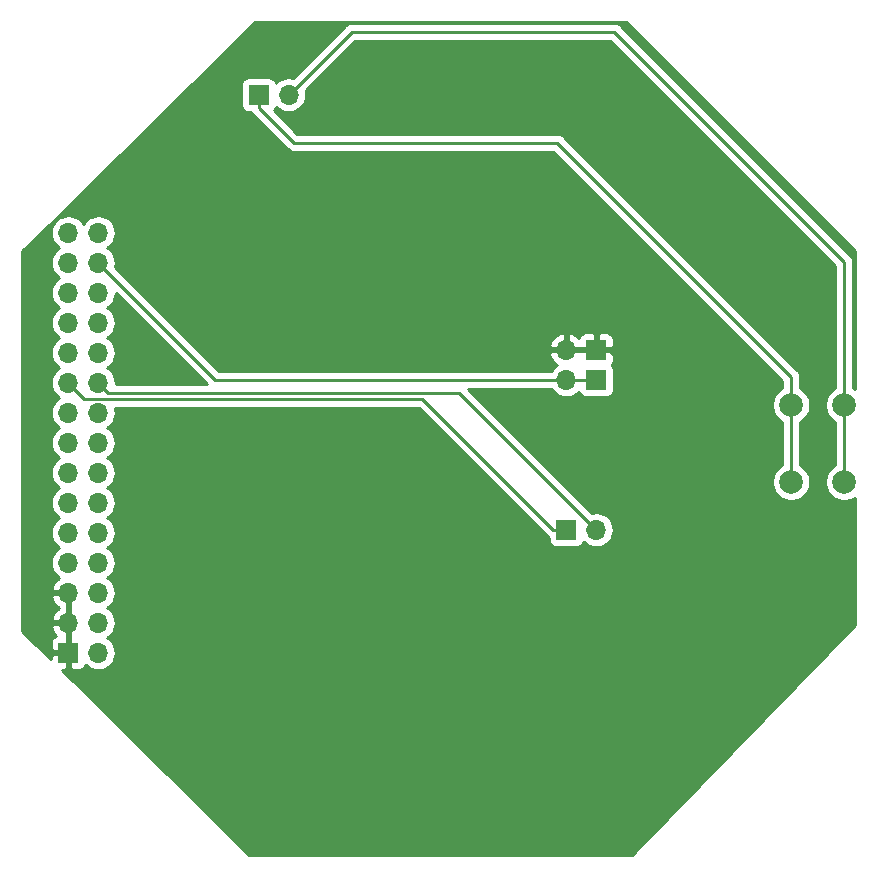
<source format=gbr>
G04 #@! TF.GenerationSoftware,KiCad,Pcbnew,(5.1.4)-1*
G04 #@! TF.CreationDate,2022-07-13T12:05:44+01:00*
G04 #@! TF.ProjectId,3Pi_M5Core2_Hat,3350695f-4d35-4436-9f72-65325f486174,rev?*
G04 #@! TF.SameCoordinates,Original*
G04 #@! TF.FileFunction,Copper,L1,Top*
G04 #@! TF.FilePolarity,Positive*
%FSLAX46Y46*%
G04 Gerber Fmt 4.6, Leading zero omitted, Abs format (unit mm)*
G04 Created by KiCad (PCBNEW (5.1.4)-1) date 2022-07-13 12:05:44*
%MOMM*%
%LPD*%
G04 APERTURE LIST*
%ADD10R,1.700000X1.700000*%
%ADD11O,1.700000X1.700000*%
%ADD12C,2.000000*%
%ADD13C,0.800000*%
%ADD14C,0.250000*%
%ADD15C,0.254000*%
G04 APERTURE END LIST*
D10*
X132080000Y-89154000D03*
D11*
X129540000Y-89154000D03*
D10*
X132080000Y-86614000D03*
D11*
X129540000Y-86614000D03*
X132080000Y-101854000D03*
D10*
X129540000Y-101854000D03*
X103492000Y-65024000D03*
D11*
X106032000Y-65024000D03*
D12*
X153090000Y-97790000D03*
X148590000Y-97790000D03*
X153090000Y-91290000D03*
X148590000Y-91290000D03*
D10*
X87376000Y-112268000D03*
D11*
X89916000Y-112268000D03*
X87376000Y-109728000D03*
X89916000Y-109728000D03*
X87376000Y-107188000D03*
X89916000Y-107188000D03*
X87376000Y-104648000D03*
X89916000Y-104648000D03*
X87376000Y-102108000D03*
X89916000Y-102108000D03*
X87376000Y-99568000D03*
X89916000Y-99568000D03*
X87376000Y-97028000D03*
X89916000Y-97028000D03*
X87376000Y-94488000D03*
X89916000Y-94488000D03*
X87376000Y-91948000D03*
X89916000Y-91948000D03*
X87376000Y-89408000D03*
X89916000Y-89408000D03*
X87376000Y-86868000D03*
X89916000Y-86868000D03*
X87376000Y-84328000D03*
X89916000Y-84328000D03*
X87376000Y-81788000D03*
X89916000Y-81788000D03*
X87376000Y-79248000D03*
X89916000Y-79248000D03*
X87376000Y-76708000D03*
X89916000Y-76708000D03*
D13*
X94488000Y-87630000D03*
D14*
X132080000Y-86614000D02*
X129540000Y-86614000D01*
X87376000Y-108390081D02*
X87376000Y-112268000D01*
X87376000Y-107188000D02*
X87376000Y-108390081D01*
X133180000Y-86614000D02*
X132080000Y-86614000D01*
X87376000Y-112268000D02*
X87376000Y-113368000D01*
X87376000Y-113368000D02*
X88816000Y-114808000D01*
X88816000Y-114808000D02*
X131826000Y-114808000D01*
X131826000Y-114808000D02*
X138684000Y-107950000D01*
X138684000Y-107950000D02*
X138684000Y-92118000D01*
X138684000Y-92118000D02*
X133180000Y-86614000D01*
X132080000Y-89154000D02*
X129540000Y-89154000D01*
X99822000Y-89154000D02*
X129540000Y-89154000D01*
X89916000Y-79248000D02*
X99822000Y-89154000D01*
X148590000Y-96375787D02*
X148590000Y-91290000D01*
X148590000Y-97790000D02*
X148590000Y-96375787D01*
X148590000Y-91290000D02*
X148590000Y-88900000D01*
X148590000Y-88900000D02*
X128778000Y-69088000D01*
X103492000Y-66124000D02*
X103492000Y-65024000D01*
X106456000Y-69088000D02*
X103492000Y-66124000D01*
X128778000Y-69088000D02*
X106456000Y-69088000D01*
X106358000Y-65350000D02*
X106032000Y-65024000D01*
X153090000Y-91290000D02*
X153090000Y-79176000D01*
X153090000Y-79176000D02*
X133604000Y-59690000D01*
X111366000Y-59690000D02*
X106032000Y-65024000D01*
X133604000Y-59690000D02*
X111366000Y-59690000D01*
X153090000Y-96375787D02*
X153090000Y-91290000D01*
X153090000Y-97790000D02*
X153090000Y-96375787D01*
X128440000Y-101854000D02*
X129540000Y-101854000D01*
X117358999Y-90772999D02*
X128440000Y-101854000D01*
X88740999Y-90772999D02*
X117358999Y-90772999D01*
X87376000Y-89408000D02*
X88740999Y-90772999D01*
X131230001Y-101004001D02*
X132080000Y-101854000D01*
X120483999Y-90257999D02*
X131230001Y-101004001D01*
X90765999Y-90257999D02*
X120483999Y-90257999D01*
X89916000Y-89408000D02*
X90765999Y-90257999D01*
D15*
G36*
X153991000Y-78265879D02*
G01*
X153991000Y-89925632D01*
X153864463Y-89841082D01*
X153850000Y-89835091D01*
X153850000Y-79213322D01*
X153853676Y-79175999D01*
X153850000Y-79138676D01*
X153850000Y-79138667D01*
X153839003Y-79027014D01*
X153795546Y-78883753D01*
X153724974Y-78751724D01*
X153689090Y-78707999D01*
X153653799Y-78664996D01*
X153653795Y-78664992D01*
X153630001Y-78635999D01*
X153601008Y-78612205D01*
X134167804Y-59179003D01*
X134144001Y-59149999D01*
X134028276Y-59055026D01*
X133896247Y-58984454D01*
X133752986Y-58940997D01*
X133641333Y-58930000D01*
X133641322Y-58930000D01*
X133604000Y-58926324D01*
X133566678Y-58930000D01*
X111403322Y-58930000D01*
X111365999Y-58926324D01*
X111328676Y-58930000D01*
X111328667Y-58930000D01*
X111217014Y-58940997D01*
X111073753Y-58984454D01*
X110941723Y-59055026D01*
X110858083Y-59123668D01*
X110825999Y-59149999D01*
X110802201Y-59178997D01*
X106397996Y-63583203D01*
X106323111Y-63560487D01*
X106104950Y-63539000D01*
X105959050Y-63539000D01*
X105740889Y-63560487D01*
X105460966Y-63645401D01*
X105202986Y-63783294D01*
X104976866Y-63968866D01*
X104952393Y-63998687D01*
X104931502Y-63929820D01*
X104872537Y-63819506D01*
X104793185Y-63722815D01*
X104696494Y-63643463D01*
X104586180Y-63584498D01*
X104466482Y-63548188D01*
X104342000Y-63535928D01*
X102642000Y-63535928D01*
X102517518Y-63548188D01*
X102397820Y-63584498D01*
X102287506Y-63643463D01*
X102190815Y-63722815D01*
X102111463Y-63819506D01*
X102052498Y-63929820D01*
X102016188Y-64049518D01*
X102003928Y-64174000D01*
X102003928Y-65874000D01*
X102016188Y-65998482D01*
X102052498Y-66118180D01*
X102111463Y-66228494D01*
X102190815Y-66325185D01*
X102287506Y-66404537D01*
X102397820Y-66463502D01*
X102517518Y-66499812D01*
X102642000Y-66512072D01*
X102837674Y-66512072D01*
X102857026Y-66548276D01*
X102896871Y-66596826D01*
X102951999Y-66664001D01*
X102981003Y-66687804D01*
X105892200Y-69599002D01*
X105915999Y-69628001D01*
X105944997Y-69651799D01*
X106031723Y-69722974D01*
X106163753Y-69793546D01*
X106307014Y-69837003D01*
X106418667Y-69848000D01*
X106418677Y-69848000D01*
X106456000Y-69851676D01*
X106493322Y-69848000D01*
X128463199Y-69848000D01*
X147830001Y-89214803D01*
X147830001Y-89835091D01*
X147815537Y-89841082D01*
X147547748Y-90020013D01*
X147320013Y-90247748D01*
X147141082Y-90515537D01*
X147017832Y-90813088D01*
X146955000Y-91128967D01*
X146955000Y-91451033D01*
X147017832Y-91766912D01*
X147141082Y-92064463D01*
X147320013Y-92332252D01*
X147547748Y-92559987D01*
X147815537Y-92738918D01*
X147830001Y-92744909D01*
X147830000Y-96335091D01*
X147815537Y-96341082D01*
X147547748Y-96520013D01*
X147320013Y-96747748D01*
X147141082Y-97015537D01*
X147017832Y-97313088D01*
X146955000Y-97628967D01*
X146955000Y-97951033D01*
X147017832Y-98266912D01*
X147141082Y-98564463D01*
X147320013Y-98832252D01*
X147547748Y-99059987D01*
X147815537Y-99238918D01*
X148113088Y-99362168D01*
X148428967Y-99425000D01*
X148751033Y-99425000D01*
X149066912Y-99362168D01*
X149364463Y-99238918D01*
X149632252Y-99059987D01*
X149859987Y-98832252D01*
X150038918Y-98564463D01*
X150162168Y-98266912D01*
X150225000Y-97951033D01*
X150225000Y-97628967D01*
X150162168Y-97313088D01*
X150038918Y-97015537D01*
X149859987Y-96747748D01*
X149632252Y-96520013D01*
X149364463Y-96341082D01*
X149350000Y-96335091D01*
X149350000Y-92744909D01*
X149364463Y-92738918D01*
X149632252Y-92559987D01*
X149859987Y-92332252D01*
X150038918Y-92064463D01*
X150162168Y-91766912D01*
X150225000Y-91451033D01*
X150225000Y-91128967D01*
X150162168Y-90813088D01*
X150038918Y-90515537D01*
X149859987Y-90247748D01*
X149632252Y-90020013D01*
X149364463Y-89841082D01*
X149350000Y-89835091D01*
X149350000Y-88937322D01*
X149353676Y-88899999D01*
X149350000Y-88862676D01*
X149350000Y-88862667D01*
X149339003Y-88751014D01*
X149295546Y-88607753D01*
X149282297Y-88582966D01*
X149224974Y-88475723D01*
X149153799Y-88388997D01*
X149130001Y-88359999D01*
X149101003Y-88336201D01*
X129341804Y-68577003D01*
X129318001Y-68547999D01*
X129202276Y-68453026D01*
X129070247Y-68382454D01*
X128926986Y-68338997D01*
X128815333Y-68328000D01*
X128815322Y-68328000D01*
X128778000Y-68324324D01*
X128740678Y-68328000D01*
X106770802Y-68328000D01*
X104779345Y-66336543D01*
X104793185Y-66325185D01*
X104872537Y-66228494D01*
X104931502Y-66118180D01*
X104952393Y-66049313D01*
X104976866Y-66079134D01*
X105202986Y-66264706D01*
X105460966Y-66402599D01*
X105740889Y-66487513D01*
X105959050Y-66509000D01*
X106104950Y-66509000D01*
X106323111Y-66487513D01*
X106603034Y-66402599D01*
X106861014Y-66264706D01*
X107087134Y-66079134D01*
X107272706Y-65853014D01*
X107410599Y-65595034D01*
X107495513Y-65315111D01*
X107524185Y-65024000D01*
X107495513Y-64732889D01*
X107472797Y-64658004D01*
X111680802Y-60450000D01*
X133289199Y-60450000D01*
X152330001Y-79490804D01*
X152330000Y-89835091D01*
X152315537Y-89841082D01*
X152047748Y-90020013D01*
X151820013Y-90247748D01*
X151641082Y-90515537D01*
X151517832Y-90813088D01*
X151455000Y-91128967D01*
X151455000Y-91451033D01*
X151517832Y-91766912D01*
X151641082Y-92064463D01*
X151820013Y-92332252D01*
X152047748Y-92559987D01*
X152315537Y-92738918D01*
X152330001Y-92744909D01*
X152330000Y-96335091D01*
X152315537Y-96341082D01*
X152047748Y-96520013D01*
X151820013Y-96747748D01*
X151641082Y-97015537D01*
X151517832Y-97313088D01*
X151455000Y-97628967D01*
X151455000Y-97951033D01*
X151517832Y-98266912D01*
X151641082Y-98564463D01*
X151820013Y-98832252D01*
X152047748Y-99059987D01*
X152315537Y-99238918D01*
X152613088Y-99362168D01*
X152928967Y-99425000D01*
X153251033Y-99425000D01*
X153566912Y-99362168D01*
X153864463Y-99238918D01*
X153991001Y-99154368D01*
X153991001Y-109953393D01*
X135088821Y-129353000D01*
X102647221Y-129353000D01*
X86843319Y-113754344D01*
X87090250Y-113753000D01*
X87249000Y-113594250D01*
X87249000Y-112395000D01*
X86049750Y-112395000D01*
X85891000Y-112553750D01*
X85889589Y-112813000D01*
X84476234Y-111418000D01*
X85887928Y-111418000D01*
X85891000Y-111982250D01*
X86049750Y-112141000D01*
X87249000Y-112141000D01*
X87249000Y-109855000D01*
X86055845Y-109855000D01*
X85934524Y-110084890D01*
X85979175Y-110232099D01*
X86104359Y-110494920D01*
X86278412Y-110728269D01*
X86362466Y-110804034D01*
X86281820Y-110828498D01*
X86171506Y-110887463D01*
X86074815Y-110966815D01*
X85995463Y-111063506D01*
X85936498Y-111173820D01*
X85900188Y-111293518D01*
X85887928Y-111418000D01*
X84476234Y-111418000D01*
X83499000Y-110453458D01*
X83499000Y-107544890D01*
X85934524Y-107544890D01*
X85979175Y-107692099D01*
X86104359Y-107954920D01*
X86278412Y-108188269D01*
X86494645Y-108383178D01*
X86620255Y-108458000D01*
X86494645Y-108532822D01*
X86278412Y-108727731D01*
X86104359Y-108961080D01*
X85979175Y-109223901D01*
X85934524Y-109371110D01*
X86055845Y-109601000D01*
X87249000Y-109601000D01*
X87249000Y-107315000D01*
X86055845Y-107315000D01*
X85934524Y-107544890D01*
X83499000Y-107544890D01*
X83499000Y-78268474D01*
X85079480Y-76708000D01*
X85883815Y-76708000D01*
X85912487Y-76999111D01*
X85997401Y-77279034D01*
X86135294Y-77537014D01*
X86320866Y-77763134D01*
X86546986Y-77948706D01*
X86601791Y-77978000D01*
X86546986Y-78007294D01*
X86320866Y-78192866D01*
X86135294Y-78418986D01*
X85997401Y-78676966D01*
X85912487Y-78956889D01*
X85883815Y-79248000D01*
X85912487Y-79539111D01*
X85997401Y-79819034D01*
X86135294Y-80077014D01*
X86320866Y-80303134D01*
X86546986Y-80488706D01*
X86601791Y-80518000D01*
X86546986Y-80547294D01*
X86320866Y-80732866D01*
X86135294Y-80958986D01*
X85997401Y-81216966D01*
X85912487Y-81496889D01*
X85883815Y-81788000D01*
X85912487Y-82079111D01*
X85997401Y-82359034D01*
X86135294Y-82617014D01*
X86320866Y-82843134D01*
X86546986Y-83028706D01*
X86601791Y-83058000D01*
X86546986Y-83087294D01*
X86320866Y-83272866D01*
X86135294Y-83498986D01*
X85997401Y-83756966D01*
X85912487Y-84036889D01*
X85883815Y-84328000D01*
X85912487Y-84619111D01*
X85997401Y-84899034D01*
X86135294Y-85157014D01*
X86320866Y-85383134D01*
X86546986Y-85568706D01*
X86601791Y-85598000D01*
X86546986Y-85627294D01*
X86320866Y-85812866D01*
X86135294Y-86038986D01*
X85997401Y-86296966D01*
X85912487Y-86576889D01*
X85883815Y-86868000D01*
X85912487Y-87159111D01*
X85997401Y-87439034D01*
X86135294Y-87697014D01*
X86320866Y-87923134D01*
X86546986Y-88108706D01*
X86601791Y-88138000D01*
X86546986Y-88167294D01*
X86320866Y-88352866D01*
X86135294Y-88578986D01*
X85997401Y-88836966D01*
X85912487Y-89116889D01*
X85883815Y-89408000D01*
X85912487Y-89699111D01*
X85997401Y-89979034D01*
X86135294Y-90237014D01*
X86320866Y-90463134D01*
X86546986Y-90648706D01*
X86601791Y-90678000D01*
X86546986Y-90707294D01*
X86320866Y-90892866D01*
X86135294Y-91118986D01*
X85997401Y-91376966D01*
X85912487Y-91656889D01*
X85883815Y-91948000D01*
X85912487Y-92239111D01*
X85997401Y-92519034D01*
X86135294Y-92777014D01*
X86320866Y-93003134D01*
X86546986Y-93188706D01*
X86601791Y-93218000D01*
X86546986Y-93247294D01*
X86320866Y-93432866D01*
X86135294Y-93658986D01*
X85997401Y-93916966D01*
X85912487Y-94196889D01*
X85883815Y-94488000D01*
X85912487Y-94779111D01*
X85997401Y-95059034D01*
X86135294Y-95317014D01*
X86320866Y-95543134D01*
X86546986Y-95728706D01*
X86601791Y-95758000D01*
X86546986Y-95787294D01*
X86320866Y-95972866D01*
X86135294Y-96198986D01*
X85997401Y-96456966D01*
X85912487Y-96736889D01*
X85883815Y-97028000D01*
X85912487Y-97319111D01*
X85997401Y-97599034D01*
X86135294Y-97857014D01*
X86320866Y-98083134D01*
X86546986Y-98268706D01*
X86601791Y-98298000D01*
X86546986Y-98327294D01*
X86320866Y-98512866D01*
X86135294Y-98738986D01*
X85997401Y-98996966D01*
X85912487Y-99276889D01*
X85883815Y-99568000D01*
X85912487Y-99859111D01*
X85997401Y-100139034D01*
X86135294Y-100397014D01*
X86320866Y-100623134D01*
X86546986Y-100808706D01*
X86601791Y-100838000D01*
X86546986Y-100867294D01*
X86320866Y-101052866D01*
X86135294Y-101278986D01*
X85997401Y-101536966D01*
X85912487Y-101816889D01*
X85883815Y-102108000D01*
X85912487Y-102399111D01*
X85997401Y-102679034D01*
X86135294Y-102937014D01*
X86320866Y-103163134D01*
X86546986Y-103348706D01*
X86601791Y-103378000D01*
X86546986Y-103407294D01*
X86320866Y-103592866D01*
X86135294Y-103818986D01*
X85997401Y-104076966D01*
X85912487Y-104356889D01*
X85883815Y-104648000D01*
X85912487Y-104939111D01*
X85997401Y-105219034D01*
X86135294Y-105477014D01*
X86320866Y-105703134D01*
X86546986Y-105888706D01*
X86611523Y-105923201D01*
X86494645Y-105992822D01*
X86278412Y-106187731D01*
X86104359Y-106421080D01*
X85979175Y-106683901D01*
X85934524Y-106831110D01*
X86055845Y-107061000D01*
X87249000Y-107061000D01*
X87249000Y-107041000D01*
X87503000Y-107041000D01*
X87503000Y-107061000D01*
X87523000Y-107061000D01*
X87523000Y-107315000D01*
X87503000Y-107315000D01*
X87503000Y-109601000D01*
X87523000Y-109601000D01*
X87523000Y-109855000D01*
X87503000Y-109855000D01*
X87503000Y-112141000D01*
X87523000Y-112141000D01*
X87523000Y-112395000D01*
X87503000Y-112395000D01*
X87503000Y-113594250D01*
X87661750Y-113753000D01*
X88226000Y-113756072D01*
X88350482Y-113743812D01*
X88470180Y-113707502D01*
X88580494Y-113648537D01*
X88677185Y-113569185D01*
X88756537Y-113472494D01*
X88815502Y-113362180D01*
X88836393Y-113293313D01*
X88860866Y-113323134D01*
X89086986Y-113508706D01*
X89344966Y-113646599D01*
X89624889Y-113731513D01*
X89843050Y-113753000D01*
X89988950Y-113753000D01*
X90207111Y-113731513D01*
X90487034Y-113646599D01*
X90745014Y-113508706D01*
X90971134Y-113323134D01*
X91156706Y-113097014D01*
X91294599Y-112839034D01*
X91379513Y-112559111D01*
X91408185Y-112268000D01*
X91379513Y-111976889D01*
X91294599Y-111696966D01*
X91156706Y-111438986D01*
X90971134Y-111212866D01*
X90745014Y-111027294D01*
X90690209Y-110998000D01*
X90745014Y-110968706D01*
X90971134Y-110783134D01*
X91156706Y-110557014D01*
X91294599Y-110299034D01*
X91379513Y-110019111D01*
X91408185Y-109728000D01*
X91379513Y-109436889D01*
X91294599Y-109156966D01*
X91156706Y-108898986D01*
X90971134Y-108672866D01*
X90745014Y-108487294D01*
X90690209Y-108458000D01*
X90745014Y-108428706D01*
X90971134Y-108243134D01*
X91156706Y-108017014D01*
X91294599Y-107759034D01*
X91379513Y-107479111D01*
X91408185Y-107188000D01*
X91379513Y-106896889D01*
X91294599Y-106616966D01*
X91156706Y-106358986D01*
X90971134Y-106132866D01*
X90745014Y-105947294D01*
X90690209Y-105918000D01*
X90745014Y-105888706D01*
X90971134Y-105703134D01*
X91156706Y-105477014D01*
X91294599Y-105219034D01*
X91379513Y-104939111D01*
X91408185Y-104648000D01*
X91379513Y-104356889D01*
X91294599Y-104076966D01*
X91156706Y-103818986D01*
X90971134Y-103592866D01*
X90745014Y-103407294D01*
X90690209Y-103378000D01*
X90745014Y-103348706D01*
X90971134Y-103163134D01*
X91156706Y-102937014D01*
X91294599Y-102679034D01*
X91379513Y-102399111D01*
X91408185Y-102108000D01*
X91379513Y-101816889D01*
X91294599Y-101536966D01*
X91156706Y-101278986D01*
X90971134Y-101052866D01*
X90745014Y-100867294D01*
X90690209Y-100838000D01*
X90745014Y-100808706D01*
X90971134Y-100623134D01*
X91156706Y-100397014D01*
X91294599Y-100139034D01*
X91379513Y-99859111D01*
X91408185Y-99568000D01*
X91379513Y-99276889D01*
X91294599Y-98996966D01*
X91156706Y-98738986D01*
X90971134Y-98512866D01*
X90745014Y-98327294D01*
X90690209Y-98298000D01*
X90745014Y-98268706D01*
X90971134Y-98083134D01*
X91156706Y-97857014D01*
X91294599Y-97599034D01*
X91379513Y-97319111D01*
X91408185Y-97028000D01*
X91379513Y-96736889D01*
X91294599Y-96456966D01*
X91156706Y-96198986D01*
X90971134Y-95972866D01*
X90745014Y-95787294D01*
X90690209Y-95758000D01*
X90745014Y-95728706D01*
X90971134Y-95543134D01*
X91156706Y-95317014D01*
X91294599Y-95059034D01*
X91379513Y-94779111D01*
X91408185Y-94488000D01*
X91379513Y-94196889D01*
X91294599Y-93916966D01*
X91156706Y-93658986D01*
X90971134Y-93432866D01*
X90745014Y-93247294D01*
X90690209Y-93218000D01*
X90745014Y-93188706D01*
X90971134Y-93003134D01*
X91156706Y-92777014D01*
X91294599Y-92519034D01*
X91379513Y-92239111D01*
X91408185Y-91948000D01*
X91379513Y-91656889D01*
X91341931Y-91532999D01*
X117044198Y-91532999D01*
X127876201Y-102365003D01*
X127899999Y-102394001D01*
X127928997Y-102417799D01*
X128015723Y-102488974D01*
X128051928Y-102508326D01*
X128051928Y-102704000D01*
X128064188Y-102828482D01*
X128100498Y-102948180D01*
X128159463Y-103058494D01*
X128238815Y-103155185D01*
X128335506Y-103234537D01*
X128445820Y-103293502D01*
X128565518Y-103329812D01*
X128690000Y-103342072D01*
X130390000Y-103342072D01*
X130514482Y-103329812D01*
X130634180Y-103293502D01*
X130744494Y-103234537D01*
X130841185Y-103155185D01*
X130920537Y-103058494D01*
X130979502Y-102948180D01*
X131000393Y-102879313D01*
X131024866Y-102909134D01*
X131250986Y-103094706D01*
X131508966Y-103232599D01*
X131788889Y-103317513D01*
X132007050Y-103339000D01*
X132152950Y-103339000D01*
X132371111Y-103317513D01*
X132651034Y-103232599D01*
X132909014Y-103094706D01*
X133135134Y-102909134D01*
X133320706Y-102683014D01*
X133458599Y-102425034D01*
X133543513Y-102145111D01*
X133572185Y-101854000D01*
X133543513Y-101562889D01*
X133458599Y-101282966D01*
X133320706Y-101024986D01*
X133135134Y-100798866D01*
X132909014Y-100613294D01*
X132651034Y-100475401D01*
X132371111Y-100390487D01*
X132152950Y-100369000D01*
X132007050Y-100369000D01*
X131788889Y-100390487D01*
X131714005Y-100413203D01*
X121214801Y-89914000D01*
X128262405Y-89914000D01*
X128299294Y-89983014D01*
X128484866Y-90209134D01*
X128710986Y-90394706D01*
X128968966Y-90532599D01*
X129248889Y-90617513D01*
X129467050Y-90639000D01*
X129612950Y-90639000D01*
X129831111Y-90617513D01*
X130111034Y-90532599D01*
X130369014Y-90394706D01*
X130595134Y-90209134D01*
X130619607Y-90179313D01*
X130640498Y-90248180D01*
X130699463Y-90358494D01*
X130778815Y-90455185D01*
X130875506Y-90534537D01*
X130985820Y-90593502D01*
X131105518Y-90629812D01*
X131230000Y-90642072D01*
X132930000Y-90642072D01*
X133054482Y-90629812D01*
X133174180Y-90593502D01*
X133284494Y-90534537D01*
X133381185Y-90455185D01*
X133460537Y-90358494D01*
X133519502Y-90248180D01*
X133555812Y-90128482D01*
X133568072Y-90004000D01*
X133568072Y-88304000D01*
X133555812Y-88179518D01*
X133519502Y-88059820D01*
X133460537Y-87949506D01*
X133406778Y-87884000D01*
X133460537Y-87818494D01*
X133519502Y-87708180D01*
X133555812Y-87588482D01*
X133568072Y-87464000D01*
X133565000Y-86899750D01*
X133406250Y-86741000D01*
X132207000Y-86741000D01*
X132207000Y-86761000D01*
X131953000Y-86761000D01*
X131953000Y-86741000D01*
X129667000Y-86741000D01*
X129667000Y-86761000D01*
X129413000Y-86761000D01*
X129413000Y-86741000D01*
X128219186Y-86741000D01*
X128098519Y-86970891D01*
X128195843Y-87245252D01*
X128344822Y-87495355D01*
X128539731Y-87711588D01*
X128768756Y-87882416D01*
X128710986Y-87913294D01*
X128484866Y-88098866D01*
X128299294Y-88324986D01*
X128262405Y-88394000D01*
X100136802Y-88394000D01*
X97999911Y-86257109D01*
X128098519Y-86257109D01*
X128219186Y-86487000D01*
X129413000Y-86487000D01*
X129413000Y-85293845D01*
X129667000Y-85293845D01*
X129667000Y-86487000D01*
X131953000Y-86487000D01*
X131953000Y-85287750D01*
X132207000Y-85287750D01*
X132207000Y-86487000D01*
X133406250Y-86487000D01*
X133565000Y-86328250D01*
X133568072Y-85764000D01*
X133555812Y-85639518D01*
X133519502Y-85519820D01*
X133460537Y-85409506D01*
X133381185Y-85312815D01*
X133284494Y-85233463D01*
X133174180Y-85174498D01*
X133054482Y-85138188D01*
X132930000Y-85125928D01*
X132365750Y-85129000D01*
X132207000Y-85287750D01*
X131953000Y-85287750D01*
X131794250Y-85129000D01*
X131230000Y-85125928D01*
X131105518Y-85138188D01*
X130985820Y-85174498D01*
X130875506Y-85233463D01*
X130778815Y-85312815D01*
X130699463Y-85409506D01*
X130640498Y-85519820D01*
X130616034Y-85600466D01*
X130540269Y-85516412D01*
X130306920Y-85342359D01*
X130044099Y-85217175D01*
X129896890Y-85172524D01*
X129667000Y-85293845D01*
X129413000Y-85293845D01*
X129183110Y-85172524D01*
X129035901Y-85217175D01*
X128773080Y-85342359D01*
X128539731Y-85516412D01*
X128344822Y-85732645D01*
X128195843Y-85982748D01*
X128098519Y-86257109D01*
X97999911Y-86257109D01*
X91356797Y-79613996D01*
X91379513Y-79539111D01*
X91408185Y-79248000D01*
X91379513Y-78956889D01*
X91294599Y-78676966D01*
X91156706Y-78418986D01*
X90971134Y-78192866D01*
X90745014Y-78007294D01*
X90690209Y-77978000D01*
X90745014Y-77948706D01*
X90971134Y-77763134D01*
X91156706Y-77537014D01*
X91294599Y-77279034D01*
X91379513Y-76999111D01*
X91408185Y-76708000D01*
X91379513Y-76416889D01*
X91294599Y-76136966D01*
X91156706Y-75878986D01*
X90971134Y-75652866D01*
X90745014Y-75467294D01*
X90487034Y-75329401D01*
X90207111Y-75244487D01*
X89988950Y-75223000D01*
X89843050Y-75223000D01*
X89624889Y-75244487D01*
X89344966Y-75329401D01*
X89086986Y-75467294D01*
X88860866Y-75652866D01*
X88675294Y-75878986D01*
X88646000Y-75933791D01*
X88616706Y-75878986D01*
X88431134Y-75652866D01*
X88205014Y-75467294D01*
X87947034Y-75329401D01*
X87667111Y-75244487D01*
X87448950Y-75223000D01*
X87303050Y-75223000D01*
X87084889Y-75244487D01*
X86804966Y-75329401D01*
X86546986Y-75467294D01*
X86320866Y-75652866D01*
X86135294Y-75878986D01*
X85997401Y-76136966D01*
X85912487Y-76416889D01*
X85883815Y-76708000D01*
X85079480Y-76708000D01*
X103155289Y-58861000D01*
X134586122Y-58861000D01*
X153991000Y-78265879D01*
X153991000Y-78265879D01*
G37*
X153991000Y-78265879D02*
X153991000Y-89925632D01*
X153864463Y-89841082D01*
X153850000Y-89835091D01*
X153850000Y-79213322D01*
X153853676Y-79175999D01*
X153850000Y-79138676D01*
X153850000Y-79138667D01*
X153839003Y-79027014D01*
X153795546Y-78883753D01*
X153724974Y-78751724D01*
X153689090Y-78707999D01*
X153653799Y-78664996D01*
X153653795Y-78664992D01*
X153630001Y-78635999D01*
X153601008Y-78612205D01*
X134167804Y-59179003D01*
X134144001Y-59149999D01*
X134028276Y-59055026D01*
X133896247Y-58984454D01*
X133752986Y-58940997D01*
X133641333Y-58930000D01*
X133641322Y-58930000D01*
X133604000Y-58926324D01*
X133566678Y-58930000D01*
X111403322Y-58930000D01*
X111365999Y-58926324D01*
X111328676Y-58930000D01*
X111328667Y-58930000D01*
X111217014Y-58940997D01*
X111073753Y-58984454D01*
X110941723Y-59055026D01*
X110858083Y-59123668D01*
X110825999Y-59149999D01*
X110802201Y-59178997D01*
X106397996Y-63583203D01*
X106323111Y-63560487D01*
X106104950Y-63539000D01*
X105959050Y-63539000D01*
X105740889Y-63560487D01*
X105460966Y-63645401D01*
X105202986Y-63783294D01*
X104976866Y-63968866D01*
X104952393Y-63998687D01*
X104931502Y-63929820D01*
X104872537Y-63819506D01*
X104793185Y-63722815D01*
X104696494Y-63643463D01*
X104586180Y-63584498D01*
X104466482Y-63548188D01*
X104342000Y-63535928D01*
X102642000Y-63535928D01*
X102517518Y-63548188D01*
X102397820Y-63584498D01*
X102287506Y-63643463D01*
X102190815Y-63722815D01*
X102111463Y-63819506D01*
X102052498Y-63929820D01*
X102016188Y-64049518D01*
X102003928Y-64174000D01*
X102003928Y-65874000D01*
X102016188Y-65998482D01*
X102052498Y-66118180D01*
X102111463Y-66228494D01*
X102190815Y-66325185D01*
X102287506Y-66404537D01*
X102397820Y-66463502D01*
X102517518Y-66499812D01*
X102642000Y-66512072D01*
X102837674Y-66512072D01*
X102857026Y-66548276D01*
X102896871Y-66596826D01*
X102951999Y-66664001D01*
X102981003Y-66687804D01*
X105892200Y-69599002D01*
X105915999Y-69628001D01*
X105944997Y-69651799D01*
X106031723Y-69722974D01*
X106163753Y-69793546D01*
X106307014Y-69837003D01*
X106418667Y-69848000D01*
X106418677Y-69848000D01*
X106456000Y-69851676D01*
X106493322Y-69848000D01*
X128463199Y-69848000D01*
X147830001Y-89214803D01*
X147830001Y-89835091D01*
X147815537Y-89841082D01*
X147547748Y-90020013D01*
X147320013Y-90247748D01*
X147141082Y-90515537D01*
X147017832Y-90813088D01*
X146955000Y-91128967D01*
X146955000Y-91451033D01*
X147017832Y-91766912D01*
X147141082Y-92064463D01*
X147320013Y-92332252D01*
X147547748Y-92559987D01*
X147815537Y-92738918D01*
X147830001Y-92744909D01*
X147830000Y-96335091D01*
X147815537Y-96341082D01*
X147547748Y-96520013D01*
X147320013Y-96747748D01*
X147141082Y-97015537D01*
X147017832Y-97313088D01*
X146955000Y-97628967D01*
X146955000Y-97951033D01*
X147017832Y-98266912D01*
X147141082Y-98564463D01*
X147320013Y-98832252D01*
X147547748Y-99059987D01*
X147815537Y-99238918D01*
X148113088Y-99362168D01*
X148428967Y-99425000D01*
X148751033Y-99425000D01*
X149066912Y-99362168D01*
X149364463Y-99238918D01*
X149632252Y-99059987D01*
X149859987Y-98832252D01*
X150038918Y-98564463D01*
X150162168Y-98266912D01*
X150225000Y-97951033D01*
X150225000Y-97628967D01*
X150162168Y-97313088D01*
X150038918Y-97015537D01*
X149859987Y-96747748D01*
X149632252Y-96520013D01*
X149364463Y-96341082D01*
X149350000Y-96335091D01*
X149350000Y-92744909D01*
X149364463Y-92738918D01*
X149632252Y-92559987D01*
X149859987Y-92332252D01*
X150038918Y-92064463D01*
X150162168Y-91766912D01*
X150225000Y-91451033D01*
X150225000Y-91128967D01*
X150162168Y-90813088D01*
X150038918Y-90515537D01*
X149859987Y-90247748D01*
X149632252Y-90020013D01*
X149364463Y-89841082D01*
X149350000Y-89835091D01*
X149350000Y-88937322D01*
X149353676Y-88899999D01*
X149350000Y-88862676D01*
X149350000Y-88862667D01*
X149339003Y-88751014D01*
X149295546Y-88607753D01*
X149282297Y-88582966D01*
X149224974Y-88475723D01*
X149153799Y-88388997D01*
X149130001Y-88359999D01*
X149101003Y-88336201D01*
X129341804Y-68577003D01*
X129318001Y-68547999D01*
X129202276Y-68453026D01*
X129070247Y-68382454D01*
X128926986Y-68338997D01*
X128815333Y-68328000D01*
X128815322Y-68328000D01*
X128778000Y-68324324D01*
X128740678Y-68328000D01*
X106770802Y-68328000D01*
X104779345Y-66336543D01*
X104793185Y-66325185D01*
X104872537Y-66228494D01*
X104931502Y-66118180D01*
X104952393Y-66049313D01*
X104976866Y-66079134D01*
X105202986Y-66264706D01*
X105460966Y-66402599D01*
X105740889Y-66487513D01*
X105959050Y-66509000D01*
X106104950Y-66509000D01*
X106323111Y-66487513D01*
X106603034Y-66402599D01*
X106861014Y-66264706D01*
X107087134Y-66079134D01*
X107272706Y-65853014D01*
X107410599Y-65595034D01*
X107495513Y-65315111D01*
X107524185Y-65024000D01*
X107495513Y-64732889D01*
X107472797Y-64658004D01*
X111680802Y-60450000D01*
X133289199Y-60450000D01*
X152330001Y-79490804D01*
X152330000Y-89835091D01*
X152315537Y-89841082D01*
X152047748Y-90020013D01*
X151820013Y-90247748D01*
X151641082Y-90515537D01*
X151517832Y-90813088D01*
X151455000Y-91128967D01*
X151455000Y-91451033D01*
X151517832Y-91766912D01*
X151641082Y-92064463D01*
X151820013Y-92332252D01*
X152047748Y-92559987D01*
X152315537Y-92738918D01*
X152330001Y-92744909D01*
X152330000Y-96335091D01*
X152315537Y-96341082D01*
X152047748Y-96520013D01*
X151820013Y-96747748D01*
X151641082Y-97015537D01*
X151517832Y-97313088D01*
X151455000Y-97628967D01*
X151455000Y-97951033D01*
X151517832Y-98266912D01*
X151641082Y-98564463D01*
X151820013Y-98832252D01*
X152047748Y-99059987D01*
X152315537Y-99238918D01*
X152613088Y-99362168D01*
X152928967Y-99425000D01*
X153251033Y-99425000D01*
X153566912Y-99362168D01*
X153864463Y-99238918D01*
X153991001Y-99154368D01*
X153991001Y-109953393D01*
X135088821Y-129353000D01*
X102647221Y-129353000D01*
X86843319Y-113754344D01*
X87090250Y-113753000D01*
X87249000Y-113594250D01*
X87249000Y-112395000D01*
X86049750Y-112395000D01*
X85891000Y-112553750D01*
X85889589Y-112813000D01*
X84476234Y-111418000D01*
X85887928Y-111418000D01*
X85891000Y-111982250D01*
X86049750Y-112141000D01*
X87249000Y-112141000D01*
X87249000Y-109855000D01*
X86055845Y-109855000D01*
X85934524Y-110084890D01*
X85979175Y-110232099D01*
X86104359Y-110494920D01*
X86278412Y-110728269D01*
X86362466Y-110804034D01*
X86281820Y-110828498D01*
X86171506Y-110887463D01*
X86074815Y-110966815D01*
X85995463Y-111063506D01*
X85936498Y-111173820D01*
X85900188Y-111293518D01*
X85887928Y-111418000D01*
X84476234Y-111418000D01*
X83499000Y-110453458D01*
X83499000Y-107544890D01*
X85934524Y-107544890D01*
X85979175Y-107692099D01*
X86104359Y-107954920D01*
X86278412Y-108188269D01*
X86494645Y-108383178D01*
X86620255Y-108458000D01*
X86494645Y-108532822D01*
X86278412Y-108727731D01*
X86104359Y-108961080D01*
X85979175Y-109223901D01*
X85934524Y-109371110D01*
X86055845Y-109601000D01*
X87249000Y-109601000D01*
X87249000Y-107315000D01*
X86055845Y-107315000D01*
X85934524Y-107544890D01*
X83499000Y-107544890D01*
X83499000Y-78268474D01*
X85079480Y-76708000D01*
X85883815Y-76708000D01*
X85912487Y-76999111D01*
X85997401Y-77279034D01*
X86135294Y-77537014D01*
X86320866Y-77763134D01*
X86546986Y-77948706D01*
X86601791Y-77978000D01*
X86546986Y-78007294D01*
X86320866Y-78192866D01*
X86135294Y-78418986D01*
X85997401Y-78676966D01*
X85912487Y-78956889D01*
X85883815Y-79248000D01*
X85912487Y-79539111D01*
X85997401Y-79819034D01*
X86135294Y-80077014D01*
X86320866Y-80303134D01*
X86546986Y-80488706D01*
X86601791Y-80518000D01*
X86546986Y-80547294D01*
X86320866Y-80732866D01*
X86135294Y-80958986D01*
X85997401Y-81216966D01*
X85912487Y-81496889D01*
X85883815Y-81788000D01*
X85912487Y-82079111D01*
X85997401Y-82359034D01*
X86135294Y-82617014D01*
X86320866Y-82843134D01*
X86546986Y-83028706D01*
X86601791Y-83058000D01*
X86546986Y-83087294D01*
X86320866Y-83272866D01*
X86135294Y-83498986D01*
X85997401Y-83756966D01*
X85912487Y-84036889D01*
X85883815Y-84328000D01*
X85912487Y-84619111D01*
X85997401Y-84899034D01*
X86135294Y-85157014D01*
X86320866Y-85383134D01*
X86546986Y-85568706D01*
X86601791Y-85598000D01*
X86546986Y-85627294D01*
X86320866Y-85812866D01*
X86135294Y-86038986D01*
X85997401Y-86296966D01*
X85912487Y-86576889D01*
X85883815Y-86868000D01*
X85912487Y-87159111D01*
X85997401Y-87439034D01*
X86135294Y-87697014D01*
X86320866Y-87923134D01*
X86546986Y-88108706D01*
X86601791Y-88138000D01*
X86546986Y-88167294D01*
X86320866Y-88352866D01*
X86135294Y-88578986D01*
X85997401Y-88836966D01*
X85912487Y-89116889D01*
X85883815Y-89408000D01*
X85912487Y-89699111D01*
X85997401Y-89979034D01*
X86135294Y-90237014D01*
X86320866Y-90463134D01*
X86546986Y-90648706D01*
X86601791Y-90678000D01*
X86546986Y-90707294D01*
X86320866Y-90892866D01*
X86135294Y-91118986D01*
X85997401Y-91376966D01*
X85912487Y-91656889D01*
X85883815Y-91948000D01*
X85912487Y-92239111D01*
X85997401Y-92519034D01*
X86135294Y-92777014D01*
X86320866Y-93003134D01*
X86546986Y-93188706D01*
X86601791Y-93218000D01*
X86546986Y-93247294D01*
X86320866Y-93432866D01*
X86135294Y-93658986D01*
X85997401Y-93916966D01*
X85912487Y-94196889D01*
X85883815Y-94488000D01*
X85912487Y-94779111D01*
X85997401Y-95059034D01*
X86135294Y-95317014D01*
X86320866Y-95543134D01*
X86546986Y-95728706D01*
X86601791Y-95758000D01*
X86546986Y-95787294D01*
X86320866Y-95972866D01*
X86135294Y-96198986D01*
X85997401Y-96456966D01*
X85912487Y-96736889D01*
X85883815Y-97028000D01*
X85912487Y-97319111D01*
X85997401Y-97599034D01*
X86135294Y-97857014D01*
X86320866Y-98083134D01*
X86546986Y-98268706D01*
X86601791Y-98298000D01*
X86546986Y-98327294D01*
X86320866Y-98512866D01*
X86135294Y-98738986D01*
X85997401Y-98996966D01*
X85912487Y-99276889D01*
X85883815Y-99568000D01*
X85912487Y-99859111D01*
X85997401Y-100139034D01*
X86135294Y-100397014D01*
X86320866Y-100623134D01*
X86546986Y-100808706D01*
X86601791Y-100838000D01*
X86546986Y-100867294D01*
X86320866Y-101052866D01*
X86135294Y-101278986D01*
X85997401Y-101536966D01*
X85912487Y-101816889D01*
X85883815Y-102108000D01*
X85912487Y-102399111D01*
X85997401Y-102679034D01*
X86135294Y-102937014D01*
X86320866Y-103163134D01*
X86546986Y-103348706D01*
X86601791Y-103378000D01*
X86546986Y-103407294D01*
X86320866Y-103592866D01*
X86135294Y-103818986D01*
X85997401Y-104076966D01*
X85912487Y-104356889D01*
X85883815Y-104648000D01*
X85912487Y-104939111D01*
X85997401Y-105219034D01*
X86135294Y-105477014D01*
X86320866Y-105703134D01*
X86546986Y-105888706D01*
X86611523Y-105923201D01*
X86494645Y-105992822D01*
X86278412Y-106187731D01*
X86104359Y-106421080D01*
X85979175Y-106683901D01*
X85934524Y-106831110D01*
X86055845Y-107061000D01*
X87249000Y-107061000D01*
X87249000Y-107041000D01*
X87503000Y-107041000D01*
X87503000Y-107061000D01*
X87523000Y-107061000D01*
X87523000Y-107315000D01*
X87503000Y-107315000D01*
X87503000Y-109601000D01*
X87523000Y-109601000D01*
X87523000Y-109855000D01*
X87503000Y-109855000D01*
X87503000Y-112141000D01*
X87523000Y-112141000D01*
X87523000Y-112395000D01*
X87503000Y-112395000D01*
X87503000Y-113594250D01*
X87661750Y-113753000D01*
X88226000Y-113756072D01*
X88350482Y-113743812D01*
X88470180Y-113707502D01*
X88580494Y-113648537D01*
X88677185Y-113569185D01*
X88756537Y-113472494D01*
X88815502Y-113362180D01*
X88836393Y-113293313D01*
X88860866Y-113323134D01*
X89086986Y-113508706D01*
X89344966Y-113646599D01*
X89624889Y-113731513D01*
X89843050Y-113753000D01*
X89988950Y-113753000D01*
X90207111Y-113731513D01*
X90487034Y-113646599D01*
X90745014Y-113508706D01*
X90971134Y-113323134D01*
X91156706Y-113097014D01*
X91294599Y-112839034D01*
X91379513Y-112559111D01*
X91408185Y-112268000D01*
X91379513Y-111976889D01*
X91294599Y-111696966D01*
X91156706Y-111438986D01*
X90971134Y-111212866D01*
X90745014Y-111027294D01*
X90690209Y-110998000D01*
X90745014Y-110968706D01*
X90971134Y-110783134D01*
X91156706Y-110557014D01*
X91294599Y-110299034D01*
X91379513Y-110019111D01*
X91408185Y-109728000D01*
X91379513Y-109436889D01*
X91294599Y-109156966D01*
X91156706Y-108898986D01*
X90971134Y-108672866D01*
X90745014Y-108487294D01*
X90690209Y-108458000D01*
X90745014Y-108428706D01*
X90971134Y-108243134D01*
X91156706Y-108017014D01*
X91294599Y-107759034D01*
X91379513Y-107479111D01*
X91408185Y-107188000D01*
X91379513Y-106896889D01*
X91294599Y-106616966D01*
X91156706Y-106358986D01*
X90971134Y-106132866D01*
X90745014Y-105947294D01*
X90690209Y-105918000D01*
X90745014Y-105888706D01*
X90971134Y-105703134D01*
X91156706Y-105477014D01*
X91294599Y-105219034D01*
X91379513Y-104939111D01*
X91408185Y-104648000D01*
X91379513Y-104356889D01*
X91294599Y-104076966D01*
X91156706Y-103818986D01*
X90971134Y-103592866D01*
X90745014Y-103407294D01*
X90690209Y-103378000D01*
X90745014Y-103348706D01*
X90971134Y-103163134D01*
X91156706Y-102937014D01*
X91294599Y-102679034D01*
X91379513Y-102399111D01*
X91408185Y-102108000D01*
X91379513Y-101816889D01*
X91294599Y-101536966D01*
X91156706Y-101278986D01*
X90971134Y-101052866D01*
X90745014Y-100867294D01*
X90690209Y-100838000D01*
X90745014Y-100808706D01*
X90971134Y-100623134D01*
X91156706Y-100397014D01*
X91294599Y-100139034D01*
X91379513Y-99859111D01*
X91408185Y-99568000D01*
X91379513Y-99276889D01*
X91294599Y-98996966D01*
X91156706Y-98738986D01*
X90971134Y-98512866D01*
X90745014Y-98327294D01*
X90690209Y-98298000D01*
X90745014Y-98268706D01*
X90971134Y-98083134D01*
X91156706Y-97857014D01*
X91294599Y-97599034D01*
X91379513Y-97319111D01*
X91408185Y-97028000D01*
X91379513Y-96736889D01*
X91294599Y-96456966D01*
X91156706Y-96198986D01*
X90971134Y-95972866D01*
X90745014Y-95787294D01*
X90690209Y-95758000D01*
X90745014Y-95728706D01*
X90971134Y-95543134D01*
X91156706Y-95317014D01*
X91294599Y-95059034D01*
X91379513Y-94779111D01*
X91408185Y-94488000D01*
X91379513Y-94196889D01*
X91294599Y-93916966D01*
X91156706Y-93658986D01*
X90971134Y-93432866D01*
X90745014Y-93247294D01*
X90690209Y-93218000D01*
X90745014Y-93188706D01*
X90971134Y-93003134D01*
X91156706Y-92777014D01*
X91294599Y-92519034D01*
X91379513Y-92239111D01*
X91408185Y-91948000D01*
X91379513Y-91656889D01*
X91341931Y-91532999D01*
X117044198Y-91532999D01*
X127876201Y-102365003D01*
X127899999Y-102394001D01*
X127928997Y-102417799D01*
X128015723Y-102488974D01*
X128051928Y-102508326D01*
X128051928Y-102704000D01*
X128064188Y-102828482D01*
X128100498Y-102948180D01*
X128159463Y-103058494D01*
X128238815Y-103155185D01*
X128335506Y-103234537D01*
X128445820Y-103293502D01*
X128565518Y-103329812D01*
X128690000Y-103342072D01*
X130390000Y-103342072D01*
X130514482Y-103329812D01*
X130634180Y-103293502D01*
X130744494Y-103234537D01*
X130841185Y-103155185D01*
X130920537Y-103058494D01*
X130979502Y-102948180D01*
X131000393Y-102879313D01*
X131024866Y-102909134D01*
X131250986Y-103094706D01*
X131508966Y-103232599D01*
X131788889Y-103317513D01*
X132007050Y-103339000D01*
X132152950Y-103339000D01*
X132371111Y-103317513D01*
X132651034Y-103232599D01*
X132909014Y-103094706D01*
X133135134Y-102909134D01*
X133320706Y-102683014D01*
X133458599Y-102425034D01*
X133543513Y-102145111D01*
X133572185Y-101854000D01*
X133543513Y-101562889D01*
X133458599Y-101282966D01*
X133320706Y-101024986D01*
X133135134Y-100798866D01*
X132909014Y-100613294D01*
X132651034Y-100475401D01*
X132371111Y-100390487D01*
X132152950Y-100369000D01*
X132007050Y-100369000D01*
X131788889Y-100390487D01*
X131714005Y-100413203D01*
X121214801Y-89914000D01*
X128262405Y-89914000D01*
X128299294Y-89983014D01*
X128484866Y-90209134D01*
X128710986Y-90394706D01*
X128968966Y-90532599D01*
X129248889Y-90617513D01*
X129467050Y-90639000D01*
X129612950Y-90639000D01*
X129831111Y-90617513D01*
X130111034Y-90532599D01*
X130369014Y-90394706D01*
X130595134Y-90209134D01*
X130619607Y-90179313D01*
X130640498Y-90248180D01*
X130699463Y-90358494D01*
X130778815Y-90455185D01*
X130875506Y-90534537D01*
X130985820Y-90593502D01*
X131105518Y-90629812D01*
X131230000Y-90642072D01*
X132930000Y-90642072D01*
X133054482Y-90629812D01*
X133174180Y-90593502D01*
X133284494Y-90534537D01*
X133381185Y-90455185D01*
X133460537Y-90358494D01*
X133519502Y-90248180D01*
X133555812Y-90128482D01*
X133568072Y-90004000D01*
X133568072Y-88304000D01*
X133555812Y-88179518D01*
X133519502Y-88059820D01*
X133460537Y-87949506D01*
X133406778Y-87884000D01*
X133460537Y-87818494D01*
X133519502Y-87708180D01*
X133555812Y-87588482D01*
X133568072Y-87464000D01*
X133565000Y-86899750D01*
X133406250Y-86741000D01*
X132207000Y-86741000D01*
X132207000Y-86761000D01*
X131953000Y-86761000D01*
X131953000Y-86741000D01*
X129667000Y-86741000D01*
X129667000Y-86761000D01*
X129413000Y-86761000D01*
X129413000Y-86741000D01*
X128219186Y-86741000D01*
X128098519Y-86970891D01*
X128195843Y-87245252D01*
X128344822Y-87495355D01*
X128539731Y-87711588D01*
X128768756Y-87882416D01*
X128710986Y-87913294D01*
X128484866Y-88098866D01*
X128299294Y-88324986D01*
X128262405Y-88394000D01*
X100136802Y-88394000D01*
X97999911Y-86257109D01*
X128098519Y-86257109D01*
X128219186Y-86487000D01*
X129413000Y-86487000D01*
X129413000Y-85293845D01*
X129667000Y-85293845D01*
X129667000Y-86487000D01*
X131953000Y-86487000D01*
X131953000Y-85287750D01*
X132207000Y-85287750D01*
X132207000Y-86487000D01*
X133406250Y-86487000D01*
X133565000Y-86328250D01*
X133568072Y-85764000D01*
X133555812Y-85639518D01*
X133519502Y-85519820D01*
X133460537Y-85409506D01*
X133381185Y-85312815D01*
X133284494Y-85233463D01*
X133174180Y-85174498D01*
X133054482Y-85138188D01*
X132930000Y-85125928D01*
X132365750Y-85129000D01*
X132207000Y-85287750D01*
X131953000Y-85287750D01*
X131794250Y-85129000D01*
X131230000Y-85125928D01*
X131105518Y-85138188D01*
X130985820Y-85174498D01*
X130875506Y-85233463D01*
X130778815Y-85312815D01*
X130699463Y-85409506D01*
X130640498Y-85519820D01*
X130616034Y-85600466D01*
X130540269Y-85516412D01*
X130306920Y-85342359D01*
X130044099Y-85217175D01*
X129896890Y-85172524D01*
X129667000Y-85293845D01*
X129413000Y-85293845D01*
X129183110Y-85172524D01*
X129035901Y-85217175D01*
X128773080Y-85342359D01*
X128539731Y-85516412D01*
X128344822Y-85732645D01*
X128195843Y-85982748D01*
X128098519Y-86257109D01*
X97999911Y-86257109D01*
X91356797Y-79613996D01*
X91379513Y-79539111D01*
X91408185Y-79248000D01*
X91379513Y-78956889D01*
X91294599Y-78676966D01*
X91156706Y-78418986D01*
X90971134Y-78192866D01*
X90745014Y-78007294D01*
X90690209Y-77978000D01*
X90745014Y-77948706D01*
X90971134Y-77763134D01*
X91156706Y-77537014D01*
X91294599Y-77279034D01*
X91379513Y-76999111D01*
X91408185Y-76708000D01*
X91379513Y-76416889D01*
X91294599Y-76136966D01*
X91156706Y-75878986D01*
X90971134Y-75652866D01*
X90745014Y-75467294D01*
X90487034Y-75329401D01*
X90207111Y-75244487D01*
X89988950Y-75223000D01*
X89843050Y-75223000D01*
X89624889Y-75244487D01*
X89344966Y-75329401D01*
X89086986Y-75467294D01*
X88860866Y-75652866D01*
X88675294Y-75878986D01*
X88646000Y-75933791D01*
X88616706Y-75878986D01*
X88431134Y-75652866D01*
X88205014Y-75467294D01*
X87947034Y-75329401D01*
X87667111Y-75244487D01*
X87448950Y-75223000D01*
X87303050Y-75223000D01*
X87084889Y-75244487D01*
X86804966Y-75329401D01*
X86546986Y-75467294D01*
X86320866Y-75652866D01*
X86135294Y-75878986D01*
X85997401Y-76136966D01*
X85912487Y-76416889D01*
X85883815Y-76708000D01*
X85079480Y-76708000D01*
X103155289Y-58861000D01*
X134586122Y-58861000D01*
X153991000Y-78265879D01*
G36*
X99091197Y-89497999D02*
G01*
X91399321Y-89497999D01*
X91408185Y-89408000D01*
X91379513Y-89116889D01*
X91294599Y-88836966D01*
X91156706Y-88578986D01*
X90971134Y-88352866D01*
X90745014Y-88167294D01*
X90690209Y-88138000D01*
X90745014Y-88108706D01*
X90971134Y-87923134D01*
X91156706Y-87697014D01*
X91294599Y-87439034D01*
X91379513Y-87159111D01*
X91408185Y-86868000D01*
X91379513Y-86576889D01*
X91294599Y-86296966D01*
X91156706Y-86038986D01*
X90971134Y-85812866D01*
X90745014Y-85627294D01*
X90690209Y-85598000D01*
X90745014Y-85568706D01*
X90971134Y-85383134D01*
X91156706Y-85157014D01*
X91294599Y-84899034D01*
X91379513Y-84619111D01*
X91408185Y-84328000D01*
X91379513Y-84036889D01*
X91294599Y-83756966D01*
X91156706Y-83498986D01*
X90971134Y-83272866D01*
X90745014Y-83087294D01*
X90690209Y-83058000D01*
X90745014Y-83028706D01*
X90971134Y-82843134D01*
X91156706Y-82617014D01*
X91294599Y-82359034D01*
X91379513Y-82079111D01*
X91405765Y-81812567D01*
X99091197Y-89497999D01*
X99091197Y-89497999D01*
G37*
X99091197Y-89497999D02*
X91399321Y-89497999D01*
X91408185Y-89408000D01*
X91379513Y-89116889D01*
X91294599Y-88836966D01*
X91156706Y-88578986D01*
X90971134Y-88352866D01*
X90745014Y-88167294D01*
X90690209Y-88138000D01*
X90745014Y-88108706D01*
X90971134Y-87923134D01*
X91156706Y-87697014D01*
X91294599Y-87439034D01*
X91379513Y-87159111D01*
X91408185Y-86868000D01*
X91379513Y-86576889D01*
X91294599Y-86296966D01*
X91156706Y-86038986D01*
X90971134Y-85812866D01*
X90745014Y-85627294D01*
X90690209Y-85598000D01*
X90745014Y-85568706D01*
X90971134Y-85383134D01*
X91156706Y-85157014D01*
X91294599Y-84899034D01*
X91379513Y-84619111D01*
X91408185Y-84328000D01*
X91379513Y-84036889D01*
X91294599Y-83756966D01*
X91156706Y-83498986D01*
X90971134Y-83272866D01*
X90745014Y-83087294D01*
X90690209Y-83058000D01*
X90745014Y-83028706D01*
X90971134Y-82843134D01*
X91156706Y-82617014D01*
X91294599Y-82359034D01*
X91379513Y-82079111D01*
X91405765Y-81812567D01*
X99091197Y-89497999D01*
M02*

</source>
